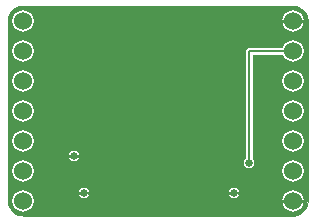
<source format=gbl>
%FSTAX24Y24*%
%MOIN*%
%IN LAYER2.GBR *%
%ADD10C,0.0010*%
%ADD11C,0.0030*%
%ADD12C,0.0080*%
%ADD13C,0.0100*%
%ADD14C,0.0240*%
%ADD15C,0.0250*%
%ADD16C,0.0370*%
%ADD17C,0.0600*%
%ADD18C,0.0720*%
D10*X005D02*G01X000533D01*X000468Y000004D01*X000371Y000017D01*
X00025Y000067D01*X000146Y000146D01*X000067Y00025D01*X000017Y000371D01*
X0Y0005D01*Y0065D01*X000017Y006629D01*X000067Y00675D01*
X000146Y006854D01*X00025Y006933D01*X000371Y006983D01*X0005Y007D01*
X0095D01*X009629Y006983D01*X00975Y006933D01*X009854Y006854D01*
X009933Y00675D01*X009983Y006629D01*X01Y0065D01*Y0005D01*
X009983Y000371D01*X009933Y00025D01*X009854Y000146D01*X00975Y000067D01*
X009629Y000017D01*X0095Y0D01*X005D01*G36*G01X000533D01*
X000468Y000004D01*X000371Y000017D01*X00025Y000067D01*X000146Y000146D01*
X000067Y00025D01*X000017Y000371D01*X0Y0005D01*Y0065D01*
X000017Y006629D01*X000067Y00675D01*X000146Y006854D01*X00025Y006933D01*
X000371Y006983D01*X0005Y007D01*X0095D01*X009629Y006983D01*
X00975Y006933D01*X009854Y006854D01*X009933Y00675D01*X009983Y006629D01*
X01Y0065D01*Y0005D01*X009983Y000371D01*X009933Y00025D01*
X009854Y000146D01*X00975Y000067D01*X009629Y000017D01*X0095Y0D01*
X005D01*G37*
%LPC*%
D18*X0095Y0015D03*Y0035D03*X0005D03*X0095Y0045D03*Y0005D03*
X0005Y0045D03*X0095Y0065D03*Y0055D03*X0005Y0065D03*Y0015D03*
X0095Y0025D03*X0005Y0005D03*Y0055D03*Y0025D03*D16*X00805Y00175D03*
X00755Y00075D03*X0022Y002D03*X00255Y00075D03*D14*X00805Y00175D02*
G01Y0055D01*X0095D01*
%LPD*%
D17*Y0015D03*Y0035D03*X0005D03*X0095Y0045D03*Y0005D03*D13*X0092D02*
X00914D01*X0098D02*X00986D01*D17*X0005Y0045D03*X0095Y0065D03*D13*
X0092D02*X00914D01*X0098D02*X00986D01*D17*X0095Y0055D03*X0005Y0065D03*
Y0015D03*X0095Y0025D03*X0005Y0005D03*Y0055D03*Y0025D03*D15*
X00805Y00175D03*X00755Y00075D03*D13*X007425D02*X007365D01*X007675D02*
X007735D01*D15*X0022Y002D03*D13*X002075D02*X002015D01*X002325D02*
X002385D01*D15*X00255Y00075D03*D13*X002425D02*X002365D01*X002675D02*
X002735D01*D12*X00805Y00175D02*Y0055D01*X0095D01*
M02*
</source>
